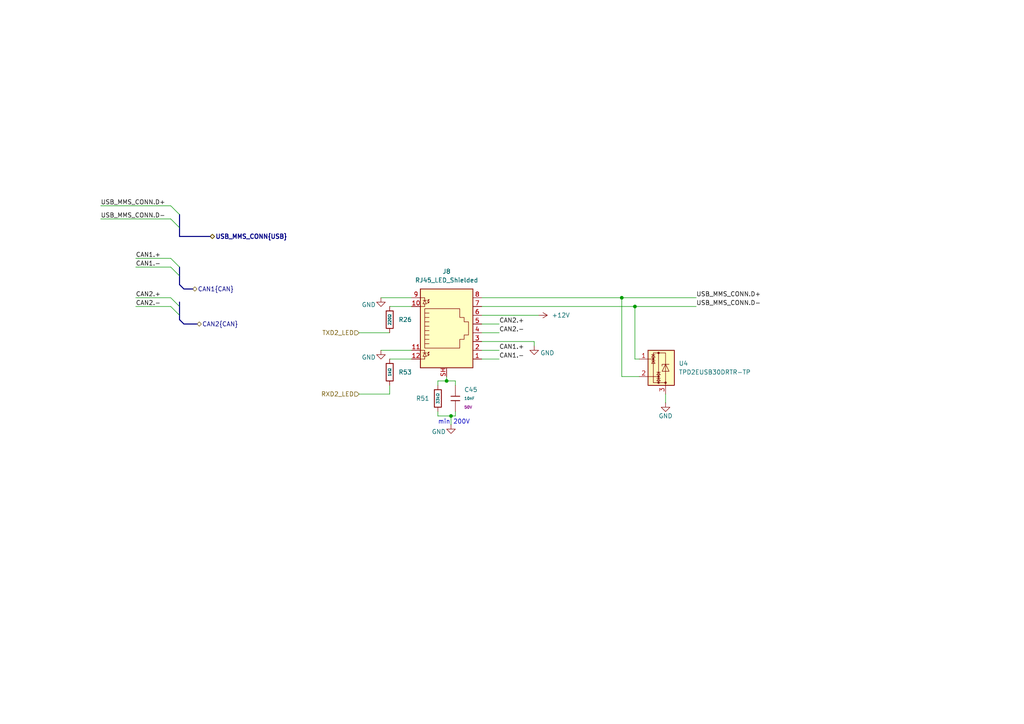
<source format=kicad_sch>
(kicad_sch (version 20250114) (generator "eeschema") (generator_version "9.0")
  (paper "A4")
  (title_block (title "Mini moducard connector") (date "2025-04-22") (rev "A") (company "Moducard System") (comment 1 "Artem Horiunov") (comment 2 "Designed in poland"))
  (lib_symbols
    (symbol "Connector:RJ45_LED_Shielded" (pin_names (offset 1.016))
      (property "Reference" "J" (at -5.08 13.97 0))
      (property "Value" "RJ45_LED_Shielded" (at 1.27 13.97 0))
      (symbol "RJ45_LED_Shielded_0_1"
        (polyline (pts (xy -7.62 10.16) (xy -6.35 10.16)))
        (polyline (pts (xy -7.62 7.62) (xy -6.35 7.62)))
        (polyline (pts (xy -7.62 -5.08) (xy -6.35 -5.08)))
        (polyline (pts (xy -7.62 -7.62) (xy -6.35 -7.62)))
        (polyline (pts (xy -6.858 9.398) (xy -5.842 9.398)))
        (polyline (pts (xy -6.858 -5.842) (xy -5.842 -5.842)))
        (polyline (pts (xy -6.35 10.16) (xy -6.35 9.398)))
        (polyline (pts (xy -6.35 9.398) (xy -6.858 8.382) (xy -5.842 8.382) (xy -6.35 9.398)))
        (polyline (pts (xy -6.35 7.62) (xy -6.35 8.382)))
        (polyline (pts (xy -6.35 1.905) (xy -5.08 1.905) (xy -5.08 1.905)))
        (polyline (pts (xy -6.35 0.635) (xy -5.08 0.635) (xy -5.08 0.635)))
        (polyline (pts (xy -6.35 -0.635) (xy -5.08 -0.635) (xy -5.08 -0.635)))
        (polyline (pts (xy -6.35 -1.905) (xy -5.08 -1.905) (xy -5.08 -1.905)))
        (polyline (pts (xy -6.35 -3.175) (xy -5.08 -3.175) (xy -5.08 -3.175)))
        (polyline (pts (xy -6.35 -4.445) (xy -6.35 6.985) (xy 3.81 6.985) (xy 3.81 4.445) (xy 5.08 4.445) (xy 5.08 3.175) (xy 6.35 3.175) (xy 6.35 -0.635) (xy 5.08 -0.635) (xy 5.08 -1.905) (xy 3.81 -1.905) (xy 3.81 -4.445) (xy -6.35 -4.445) (xy -6.35 -4.445)))
        (polyline (pts (xy -6.35 -5.08) (xy -6.35 -5.842)))
        (polyline (pts (xy -6.35 -5.842) (xy -6.858 -6.858) (xy -5.842 -6.858) (xy -6.35 -5.842)))
        (polyline (pts (xy -6.35 -7.62) (xy -6.35 -6.858)))
        (polyline (pts (xy -5.588 9.144) (xy -5.08 9.652) (xy -5.461 9.525)))
        (polyline (pts (xy -5.588 8.509) (xy -5.08 9.017) (xy -5.461 8.89)))
        (polyline (pts (xy -5.588 -6.096) (xy -5.08 -5.588) (xy -5.461 -5.715)))
        (polyline (pts (xy -5.588 -6.731) (xy -5.08 -6.223) (xy -5.461 -6.35)))
        (polyline (pts (xy -5.08 9.652) (xy -5.207 9.271)))
        (polyline (pts (xy -5.08 9.017) (xy -5.207 8.636)))
        (polyline (pts (xy -5.08 5.715) (xy -6.35 5.715)))
        (polyline (pts (xy -5.08 4.445) (xy -6.35 4.445)))
        (polyline (pts (xy -5.08 3.175) (xy -6.35 3.175) (xy -6.35 3.175)))
        (polyline (pts (xy -5.08 -5.588) (xy -5.207 -5.969)))
        (polyline (pts (xy -5.08 -6.223) (xy -5.207 -6.604)))
        (rectangle (start 7.62 12.7) (end -7.62 -10.16) (stroke (width 0.254)) (fill (type background)))
      )
      (symbol "RJ45_LED_Shielded_1_1"
        (pin passive line (at -10.16 10.16 0) (length 2.54) (name "~") (number "9"))
        (pin passive line (at -10.16 7.62 0) (length 2.54) (name "~") (number "10"))
        (pin passive line (at -10.16 -5.08 0) (length 2.54) (name "~") (number "11"))
        (pin passive line (at -10.16 -7.62 0) (length 2.54) (name "~") (number "12"))
        (pin passive line (at 0 -12.7 90) (length 2.54) (name "~") (number "SH"))
        (pin passive line (at 10.16 10.16 180) (length 2.54) (name "~") (number "8"))
        (pin passive line (at 10.16 7.62 180) (length 2.54) (name "~") (number "7"))
        (pin passive line (at 10.16 5.08 180) (length 2.54) (name "~") (number "6"))
        (pin passive line (at 10.16 2.54 180) (length 2.54) (name "~") (number "5"))
        (pin passive line (at 10.16 0 180) (length 2.54) (name "~") (number "4"))
        (pin passive line (at 10.16 -2.54 180) (length 2.54) (name "~") (number "3"))
        (pin passive line (at 10.16 -5.08 180) (length 2.54) (name "~") (number "2"))
        (pin passive line (at 10.16 -7.62 180) (length 2.54) (name "~") (number "1"))
      )
    )
    (symbol "GND_1" (power) (pin_numbers (hide yes)) (pin_names (offset 0) (hide yes))
      (property "Value" "GND" (at 0 -3.81 0))
      (symbol "GND_1_0_1"
        (polyline (pts (xy 0 0) (xy 0 -1.27) (xy 1.27 -1.27) (xy 0 -2.54) (xy -1.27 -1.27) (xy 0 -1.27)))
      )
      (symbol "GND_1_1_1"
        (pin power_in line (at 0 0 270) (length 0) (name "~") (number "1"))
      )
    )
    (symbol "PCM_JLCPCB-Capacitors:0402,10nF" (pin_numbers (hide yes)) (pin_names (offset 0))
      (property "Reference" "C" (at 2.032 1.668 0))
      (property "Value" "10nF" (at 2.032 -0.3782 0))
      (property "Voltage Rated" "50V" (at 2.032 -2.0462 0))
      (symbol "0402,10nF_0_1"
        (polyline (pts (xy -1.27 0.635) (xy 1.27 0.635)) (stroke (width 0.254)))
        (polyline (pts (xy -1.27 -0.635) (xy 1.27 -0.635)) (stroke (width 0.254)))
      )
      (symbol "0402,10nF_1_1"
        (pin passive line (at 0 3.81 270) (length 3.175) (name "~") (number "1"))
        (pin passive line (at 0 -3.81 90) (length 3.175) (name "~") (number "2"))
      )
    )
    (symbol "PCM_JLCPCB-Resistors:0402,1kΩ" (pin_numbers (hide yes)) (pin_names (offset 0))
      (property "Reference" "R" (at 1.778 0 0))
      (property "Value" "1kΩ" (at 0 0 90))
      (symbol "0402,1kΩ_0_1"
        (rectangle (start -1.016 2.54) (end 1.016 -2.54) (stroke (width 0.254)))
      )
      (symbol "0402,1kΩ_1_1"
        (pin passive line (at 0 3.81 270) (length 1.27) (name "~") (number "1"))
        (pin passive line (at 0 -3.81 90) (length 1.27) (name "~") (number "2"))
      )
    )
    (symbol "PCM_JLCPCB-Resistors:0402,220Ω" (pin_numbers (hide yes)) (pin_names (offset 0))
      (property "Reference" "R" (at 1.778 0 0))
      (property "Value" "220Ω" (at 0 0 90))
      (symbol "0402,220Ω_0_1"
        (rectangle (start -1.016 2.54) (end 1.016 -2.54) (stroke (width 0.254)))
      )
      (symbol "0402,220Ω_1_1"
        (pin passive line (at 0 3.81 270) (length 1.27) (name "~") (number "1"))
        (pin passive line (at 0 -3.81 90) (length 1.27) (name "~") (number "2"))
      )
    )
    (symbol "PCM_JLCPCB-Resistors:0402,33kΩ" (pin_numbers (hide yes)) (pin_names (offset 0))
      (property "Reference" "R" (at 1.778 0 0))
      (property "Value" "33kΩ" (at 0 0 90))
      (symbol "0402,33kΩ_0_1"
        (rectangle (start -1.016 2.54) (end 1.016 -2.54) (stroke (width 0.254)))
      )
      (symbol "0402,33kΩ_1_1"
        (pin passive line (at 0 3.81 270) (length 1.27) (name "~") (number "1"))
        (pin passive line (at 0 -3.81 90) (length 1.27) (name "~") (number "2"))
      )
    )
    (symbol "Power_Protection:TPD2E2U06DCK"
      (property "Reference" "U" (at -3.81 6.35 0))
      (property "Value" "TPD2E2U06DCK" (at 0.508 -6.35 0))
      (symbol "TPD2E2U06DCK_0_1"
        (rectangle (start -5.08 5.08) (end 2.54 -5.08) (stroke (width 0.254)) (fill (type background)))
        (rectangle (start -3.556 4.318) (end 0 -4.318))
        (polyline (pts (xy -3.556 3.81) (xy -4.064 3.048) (xy -3.048 3.048) (xy -3.556 3.81)))
        (circle (center -3.556 2.54) (radius 0.254) (fill (type outline)))
        (polyline (pts (xy -3.556 2.54) (xy -5.08 2.54)))
        (polyline (pts (xy -3.556 2.032) (xy -4.064 1.27) (xy -3.048 1.27) (xy -3.556 2.032)))
        (polyline (pts (xy -3.048 3.81) (xy -4.064 3.81)))
        (polyline (pts (xy -3.048 2.032) (xy -4.064 2.032)))
        (circle (center -2.032 4.318) (radius 0.254) (fill (type outline)))
        (polyline (pts (xy -2.032 -1.27) (xy -2.54 -2.032) (xy -1.524 -2.032) (xy -2.032 -1.27)))
        (circle (center -2.032 -2.54) (radius 0.254) (fill (type outline)))
        (polyline (pts (xy -2.032 -2.54) (xy -5.08 -2.54)))
        (polyline (pts (xy -2.032 -3.048) (xy -2.54 -3.81) (xy -1.524 -3.81) (xy -2.032 -3.048)))
        (circle (center -2.032 -4.318) (radius 0.254) (fill (type outline)))
        (polyline (pts (xy -2.032 -4.318) (xy -2.032 4.318)))
        (polyline (pts (xy -1.524 -1.27) (xy -2.54 -1.27)))
        (polyline (pts (xy -1.524 -3.048) (xy -2.54 -3.048)))
        (polyline (pts (xy 0 1.016) (xy 1.016 -1.016) (xy -1.016 -1.016) (xy 0 1.016)))
        (polyline (pts (xy 0 -4.318) (xy 0 -5.08)))
        (circle (center 0 -4.318) (radius 0.254) (fill (type outline)))
        (polyline (pts (xy 1.016 1.016) (xy -1.016 1.016) (xy -1.016 0.508)))
      )
      (symbol "TPD2E2U06DCK_1_1"
        (pin passive line (at -7.62 2.54 0) (length 2.54) (name "~") (number "1"))
        (pin passive line (at -7.62 -2.54 0) (length 2.54) (name "~") (number "2"))
        (pin passive line (at 0 -7.62 90) (length 2.54) (name "~") (number "3"))
      )
    )
    (symbol "power:+12V" (power) (pin_numbers (hide yes)) (pin_names (offset 0) (hide yes))
      (property "Value" "+12V" (at 0 3.556 0))
      (symbol "+12V_0_1"
        (polyline (pts (xy -0.762 1.27) (xy 0 2.54)))
        (polyline (pts (xy 0 2.54) (xy 0.762 1.27)))
        (polyline (pts (xy 0 0) (xy 0 2.54)))
      )
      (symbol "+12V_1_1"
        (pin power_in line (at 0 0 90) (length 0) (name "~") (number "1"))
      )
    )
    (symbol "power:GND" (power) (pin_numbers (hide yes)) (pin_names (offset 0) (hide yes))
      (property "Value" "GND" (at 0 -3.81 0))
      (symbol "GND_0_1"
        (polyline (pts (xy 0 0) (xy 0 -1.27) (xy 1.27 -1.27) (xy 0 -2.54) (xy -1.27 -1.27) (xy 0 -1.27)))
      )
      (symbol "GND_1_1"
        (pin power_in line (at 0 0 270) (length 0) (name "~") (number "1"))
      )
    )
  )
  (text "min 200V" (at 127 123.19 0) (effects (font (size 1.27 1.27)) (justify left bottom)))
  (junction (at 129.54 110.49))
  (junction (at 130.81 120.65))
  (junction (at 184.15 88.9))
  (junction (at 180.34 86.36))
  (bus_entry (at 52.07 80.01) (size -2.54 -2.54))
  (bus_entry (at 52.07 66.04) (size -2.54 -2.54))
  (bus_entry (at 52.07 88.9) (size -2.54 -2.54))
  (bus_entry (at 52.07 91.44) (size -2.54 -2.54))
  (bus_entry (at 52.07 62.23) (size -2.54 -2.54))
  (bus_entry (at 52.07 77.47) (size -2.54 -2.54))
  (bus (pts (xy 52.07 62.23) (xy 52.07 66.04)))
  (bus (pts (xy 57.15 93.98) (xy 53.34 93.98)))
  (wire (pts (xy 193.04 114.3) (xy 193.04 116.84)))
  (wire (pts (xy 127 119.38) (xy 127 120.65)))
  (wire (pts (xy 113.03 104.14) (xy 119.38 104.14)))
  (wire (pts (xy 139.7 86.36) (xy 180.34 86.36)))
  (wire (pts (xy 127 120.65) (xy 130.81 120.65)))
  (wire (pts (xy 130.81 120.65) (xy 132.08 120.65)))
  (bus (pts (xy 52.07 77.47) (xy 52.07 80.01)))
  (bus (pts (xy 53.34 83.82) (xy 55.88 83.82)))
  (wire (pts (xy 185.42 109.22) (xy 180.34 109.22)))
  (wire (pts (xy 129.54 110.49) (xy 127 110.49)))
  (wire (pts (xy 113.03 88.9) (xy 119.38 88.9)))
  (wire (pts (xy 29.21 59.69) (xy 49.53 59.69)))
  (wire (pts (xy 39.37 88.9) (xy 49.53 88.9)))
  (bus (pts (xy 52.07 87.63) (xy 52.07 88.9)))
  (wire (pts (xy 139.7 88.9) (xy 184.15 88.9)))
  (wire (pts (xy 110.49 101.6) (xy 119.38 101.6)))
  (wire (pts (xy 185.42 104.14) (xy 184.15 104.14)))
  (wire (pts (xy 139.7 101.6) (xy 144.78 101.6)))
  (bus (pts (xy 52.07 80.01) (xy 52.07 82.55)))
  (wire (pts (xy 104.14 114.3) (xy 113.03 114.3)))
  (wire (pts (xy 139.7 99.06) (xy 154.94 99.06)))
  (wire (pts (xy 139.7 96.52) (xy 144.78 96.52)))
  (bus (pts (xy 53.34 93.98) (xy 52.07 92.71)))
  (wire (pts (xy 39.37 74.93) (xy 49.53 74.93)))
  (wire (pts (xy 39.37 86.36) (xy 49.53 86.36)))
  (wire (pts (xy 130.81 120.65) (xy 130.81 123.19)))
  (wire (pts (xy 184.15 88.9) (xy 184.15 104.14)))
  (wire (pts (xy 127 110.49) (xy 127 111.76)))
  (wire (pts (xy 139.7 93.98) (xy 144.78 93.98)))
  (bus (pts (xy 60.96 68.58) (xy 52.07 68.58)))
  (wire (pts (xy 39.37 77.47) (xy 49.53 77.47)))
  (wire (pts (xy 132.08 110.49) (xy 132.08 111.76)))
  (wire (pts (xy 139.7 104.14) (xy 144.78 104.14)))
  (wire (pts (xy 184.15 88.9) (xy 201.93 88.9)))
  (wire (pts (xy 29.21 63.5) (xy 49.53 63.5)))
  (wire (pts (xy 104.14 96.52) (xy 113.03 96.52)))
  (wire (pts (xy 132.08 120.65) (xy 132.08 119.38)))
  (bus (pts (xy 52.07 88.9) (xy 52.07 91.44)))
  (wire (pts (xy 113.03 114.3) (xy 113.03 111.76)))
  (wire (pts (xy 110.49 86.36) (xy 119.38 86.36)))
  (bus (pts (xy 52.07 82.55) (xy 53.34 83.82)))
  (wire (pts (xy 154.94 99.06) (xy 154.94 100.33)))
  (bus (pts (xy 52.07 66.04) (xy 52.07 68.58)))
  (wire (pts (xy 139.7 91.44) (xy 156.21 91.44)))
  (wire (pts (xy 180.34 86.36) (xy 180.34 109.22)))
  (wire (pts (xy 180.34 86.36) (xy 201.93 86.36)))
  (bus (pts (xy 52.07 91.44) (xy 52.07 92.71)))
  (wire (pts (xy 129.54 110.49) (xy 132.08 110.49)))
  (wire (pts (xy 129.54 109.22) (xy 129.54 110.49)))
  (label "USB_MMS_CONN.D-" (at 201.93 88.9 0))
  (label "CAN2.+" (at 144.78 93.98 0))
  (label "USB_MMS_CONN.D+" (at 29.21 59.69 0))
  (label "CAN2.-" (at 144.78 96.52 0))
  (label "USB_MMS_CONN.D+" (at 201.93 86.36 0))
  (label "CAN1.-" (at 39.37 77.47 0))
  (label "CAN1.+" (at 39.37 74.93 0))
  (label "CAN1.+" (at 144.78 101.6 0))
  (label "CAN2.+" (at 39.37 86.36 0))
  (label "USB_MMS_CONN.D-" (at 29.21 63.5 0))
  (label "CAN1.-" (at 144.78 104.14 0))
  (label "CAN2.-" (at 39.37 88.9 0))
  (hierarchical_label "CAN1{CAN}" (shape bidirectional) (at 55.88 83.82 0))
  (hierarchical_label "TXD2_LED" (shape input) (at 104.14 96.52 180))
  (hierarchical_label "CAN2{CAN}" (shape bidirectional) (at 57.15 93.98 0))
  (hierarchical_label "RXD2_LED" (shape input) (at 104.14 114.3 180))
  (hierarchical_label "USB_MMS_CONN{USB}" (shape bidirectional) (at 60.96 68.58 0) (effects (font (thickness 0.254) (bold yes))))
  (symbol (lib_id "Connector:RJ45_LED_Shielded") (at 129.54 96.52 0) (unit 1) (in_bom no)
    (property "Reference" "J9" (at 129.54 78.74 0))
    (property "Value" "RJ45_LED_Shielded" (at 129.54 81.28 0))
    (property "Footprint" "Connector_RJ:RJ45_Amphenol_RJHSE538X" (effects (hide yes)))
    (property "Description" "RJ connector, 8P8C (8 positions 8 connected), two LEDs, Shielded" (effects (hide yes)))
    (instances (project "MMS2" (path "" (reference "J8") (unit 1)) (path "" (reference "J9") (unit 1))))
  )
  (symbol (lib_id "power:GND") (at 193.04 116.84 0) (mirror y) (unit 1)
    (property "Reference" "#PWR020" (effects (hide yes)))
    (property "Value" "GND" (at 193.04 120.65 0))
    (property "Description" "Power symbol creates a global label with name \"GND\" , ground" (effects (hide yes)))
    (instances (project "MMS2" (path "" (reference "#PWR021") (unit 1)) (path "" (reference "#PWR020") (unit 1))))
  )
  (symbol (lib_id "power:+12V") (at 156.21 91.44 270) (unit 1)
    (property "Reference" "#PWR058" (effects (hide yes)))
    (property "Value" "+12V" (at 160.02 91.4399 90) (effects (justify left)))
    (property "Description" "Power symbol creates a global label with name \"+12V\"" (effects (hide yes)))
    (instances (project "MMS2" (path "" (reference "#PWR057") (unit 1)) (path "" (reference "#PWR058") (unit 1))))
  )
  (symbol (lib_name "GND_1") (lib_id "power:GND") (at 130.81 123.19 0) (unit 1)
    (property "Reference" "#PWR05" (effects (hide yes)))
    (property "Value" "GND" (at 127.254 125.222 0))
    (property "Description" "Power symbol creates a global label with name \"GND\" , ground" (effects (hide yes)))
    (instances (project "MMS2" (path "" (reference "#PWR06") (unit 1)) (path "" (reference "#PWR05") (unit 1))))
  )
  (symbol (lib_id "PCM_JLCPCB-Capacitors:0402,10nF") (at 132.08 115.57 0) (unit 1)
    (property "Reference" "C34" (at 134.62 113.0299 0) (effects (justify left)))
    (property "Value" "10nF" (at 134.62 115.57 0) (effects (font (size 0.8 0.8)) (justify left)))
    (property "Footprint" "PCM_JLCPCB:C_0402" (effects (hide yes)))
    (property "Datasheet" "https://www.lcsc.com/datasheet/lcsc_datasheet_2304140030_Samsung-Electro-Mechanics-CL05B103KB5NNNC_C15195.pdf" (effects (hide yes)))
    (property "Description" "50V 10nF X7R ±10% 0402 Multilayer Ceramic Capacitors MLCC - SMD/SMT ROHS" (effects (hide yes)))
    (property "LCSC" "C15195" (effects (hide yes)))
    (property "Stock" "2799062" (effects (hide yes)))
    (property "Price" "0.005USD" (effects (hide yes)))
    (property "Process" "SMT" (effects (hide yes)))
    (property "Minimum Qty" "20" (effects (hide yes)))
    (property "Attrition Qty" "10" (effects (hide yes)))
    (property "Class" "Basic Component" (effects (hide yes)))
    (property "Category" "Capacitors,Multilayer Ceramic Capacitors MLCC - SMD/SMT" (effects (hide yes)))
    (property "Manufacturer" "Samsung Electro-Mechanics" (effects (hide yes)))
    (property "Part" "CL05B103KB5NNNC" (effects (hide yes)))
    (property "Voltage Rated" "50V" (at 134.62 118.11 0) (effects (font (size 0.8 0.8)) (justify left)))
    (property "Tolerance" "±10%" (effects (hide yes)))
    (property "Capacitance" "10nF" (effects (hide yes)))
    (property "Temperature Coefficient" "X7R" (effects (hide yes)))
    (instances (project "" (path "" (reference "C45") (unit 1)) (path "" (reference "C34") (unit 1))))
  )
  (symbol (lib_id "PCM_JLCPCB-Resistors:0402,1kΩ") (at 113.03 107.95 0) (unit 1)
    (property "Reference" "R6" (at 115.57 107.9499 0) (effects (justify left)))
    (property "Value" "1kΩ" (at 113.03 107.95 90) (effects (font (size 0.8 0.8))))
    (property "Footprint" "PCM_JLCPCB:R_0402" (effects (hide yes)))
    (property "Datasheet" "https://www.lcsc.com/datasheet/lcsc_datasheet_2206010216_UNI-ROYAL-Uniroyal-Elec-0402WGF1001TCE_C11702.pdf" (effects (hide yes)))
    (property "Description" "62.5mW Thick Film Resistors 50V ±100ppm/°C ±1% 1kΩ 0402 Chip Resistor - Surface Mount ROHS" (effects (hide yes)))
    (property "LCSC" "C11702" (effects (hide yes)))
    (property "Stock" "6889074" (effects (hide yes)))
    (property "Price" "0.004USD" (effects (hide yes)))
    (property "Process" "SMT" (effects (hide yes)))
    (property "Minimum Qty" "20" (effects (hide yes)))
    (property "Attrition Qty" "10" (effects (hide yes)))
    (property "Class" "Basic Component" (effects (hide yes)))
    (property "Category" "Resistors,Chip Resistor - Surface Mount" (effects (hide yes)))
    (property "Manufacturer" "UNI-ROYAL(Uniroyal Elec)" (effects (hide yes)))
    (property "Part" "0402WGF1001TCE" (effects (hide yes)))
    (property "Resistance" "1kΩ" (effects (hide yes)))
    (property "Power(Watts)" "62.5mW" (effects (hide yes)))
    (property "Type" "Thick Film Resistors" (effects (hide yes)))
    (property "Overload Voltage (Max)" "50V" (effects (hide yes)))
    (property "Operating Temperature Range" "-55°C~+155°C" (effects (hide yes)))
    (property "Tolerance" "±1%" (effects (hide yes)))
    (property "Temperature Coefficient" "±100ppm/°C" (effects (hide yes)))
    (instances (project "" (path "" (reference "R53") (unit 1)) (path "" (reference "R6") (unit 1))))
  )
  (symbol (lib_id "PCM_JLCPCB-Resistors:0402,220Ω") (at 113.03 92.71 0) (unit 1)
    (property "Reference" "R25" (at 115.57 92.7099 0) (effects (justify left)))
    (property "Value" "220Ω" (at 113.03 92.71 90) (effects (font (size 0.8 0.8))))
    (property "Footprint" "PCM_JLCPCB:R_0402" (effects (hide yes)))
    (property "Datasheet" "https://www.lcsc.com/datasheet/lcsc_datasheet_2205311900_UNI-ROYAL-Uniroyal-Elec-0402WGF2200TCE_C25091.pdf" (effects (hide yes)))
    (property "Description" "62.5mW Thick Film Resistors 50V ±100ppm/°C ±1% 220Ω 0402 Chip Resistor - Surface Mount ROHS" (effects (hide yes)))
    (property "LCSC" "C25091" (effects (hide yes)))
    (property "Stock" "617243" (effects (hide yes)))
    (property "Price" "0.004USD" (effects (hide yes)))
    (property "Process" "SMT" (effects (hide yes)))
    (property "Minimum Qty" "20" (effects (hide yes)))
    (property "Attrition Qty" "10" (effects (hide yes)))
    (property "Class" "Basic Component" (effects (hide yes)))
    (property "Category" "Resistors,Chip Resistor - Surface Mount" (effects (hide yes)))
    (property "Manufacturer" "UNI-ROYAL(Uniroyal Elec)" (effects (hide yes)))
    (property "Part" "0402WGF2200TCE" (effects (hide yes)))
    (property "Resistance" "220Ω" (effects (hide yes)))
    (property "Power(Watts)" "62.5mW" (effects (hide yes)))
    (property "Type" "Thick Film Resistors" (effects (hide yes)))
    (property "Overload Voltage (Max)" "50V" (effects (hide yes)))
    (property "Operating Temperature Range" "-55°C~+155°C" (effects (hide yes)))
    (property "Tolerance" "±1%" (effects (hide yes)))
    (property "Temperature Coefficient" "±100ppm/°C" (effects (hide yes)))
    (instances (project "" (path "" (reference "R26") (unit 1)) (path "" (reference "R25") (unit 1))))
  )
  (symbol (lib_name "GND_1") (lib_id "power:GND") (at 154.94 100.33 0) (unit 1)
    (property "Reference" "#PWR07" (effects (hide yes)))
    (property "Value" "GND" (at 158.75 102.362 0))
    (property "Description" "Power symbol creates a global label with name \"GND\" , ground" (effects (hide yes)))
    (instances (project "MMS2" (path "" (reference "#PWR08") (unit 1)) (path "" (reference "#PWR07") (unit 1))))
  )
  (symbol (lib_name "GND_1") (lib_id "power:GND") (at 110.49 86.36 0) (unit 1)
    (property "Reference" "#PWR01" (effects (hide yes)))
    (property "Value" "GND" (at 106.934 88.392 0))
    (property "Description" "Power symbol creates a global label with name \"GND\" , ground" (effects (hide yes)))
    (instances (project "" (path "" (reference "#PWR02") (unit 1)) (path "" (reference "#PWR01") (unit 1))))
  )
  (symbol (lib_id "PCM_JLCPCB-Resistors:0402,33kΩ") (at 127 115.57 0) (unit 1)
    (property "Reference" "R27" (at 120.65 115.57 0) (effects (justify left)))
    (property "Value" "33kΩ" (at 127 115.57 90) (effects (font (size 0.8 0.8))))
    (property "Footprint" "PCM_JLCPCB:R_0402" (effects (hide yes)))
    (property "Datasheet" "https://www.lcsc.com/datasheet/lcsc_datasheet_2206010100_UNI-ROYAL-Uniroyal-Elec-0402WGF3302TCE_C25779.pdf" (effects (hide yes)))
    (property "Description" "62.5mW Thick Film Resistors 50V ±100ppm/°C ±1% 33kΩ 0402 Chip Resistor - Surface Mount ROHS" (effects (hide yes)))
    (property "LCSC" "C25779" (effects (hide yes)))
    (property "Stock" "477700" (effects (hide yes)))
    (property "Price" "0.004USD" (effects (hide yes)))
    (property "Process" "SMT" (effects (hide yes)))
    (property "Minimum Qty" "20" (effects (hide yes)))
    (property "Attrition Qty" "10" (effects (hide yes)))
    (property "Class" "Basic Component" (effects (hide yes)))
    (property "Category" "Resistors,Chip Resistor - Surface Mount" (effects (hide yes)))
    (property "Manufacturer" "UNI-ROYAL(Uniroyal Elec)" (effects (hide yes)))
    (property "Part" "0402WGF3302TCE" (effects (hide yes)))
    (property "Resistance" "33kΩ" (effects (hide yes)))
    (property "Power(Watts)" "62.5mW" (effects (hide yes)))
    (property "Type" "Thick Film Resistors" (effects (hide yes)))
    (property "Overload Voltage (Max)" "50V" (effects (hide yes)))
    (property "Operating Temperature Range" "-55°C~+155°C" (effects (hide yes)))
    (property "Tolerance" "±1%" (effects (hide yes)))
    (property "Temperature Coefficient" "±100ppm/°C" (effects (hide yes)))
    (instances (project "" (path "" (reference "R51") (unit 1)) (path "" (reference "R27") (unit 1))))
  )
  (symbol (lib_id "Power_Protection:TPD2E2U06DCK") (at 193.04 106.68 0) (unit 1)
    (property "Reference" "U3" (at 196.85 105.4099 0) (effects (justify left)))
    (property "Value" "TPD2EUSB30DRTR-TP" (at 196.85 107.9499 0) (effects (justify left)))
    (property "Footprint" "Package_TO_SOT_SMD:SOT-723" (effects (hide yes)))
    (property "Datasheet" "https://www.lcsc.com/datasheet/C2844720.pdf" (effects (hide yes)))
    (property "Description" "Dual-Channel High-Speed ESD Protection, SC-70" (effects (hide yes)))
    (property "LCSC" "C2844720" (effects (hide yes)))
    (instances (project "MMS2" (path "" (reference "U4") (unit 1)) (path "" (reference "U3") (unit 1))))
  )
  (symbol (lib_name "GND_1") (lib_id "power:GND") (at 110.49 101.6 0) (unit 1)
    (property "Reference" "#PWR03" (effects (hide yes)))
    (property "Value" "GND" (at 106.934 103.632 0))
    (property "Description" "Power symbol creates a global label with name \"GND\" , ground" (effects (hide yes)))
    (instances (project "MMS2" (path "" (reference "#PWR04") (unit 1)) (path "" (reference "#PWR03") (unit 1))))
  )
)
</source>
